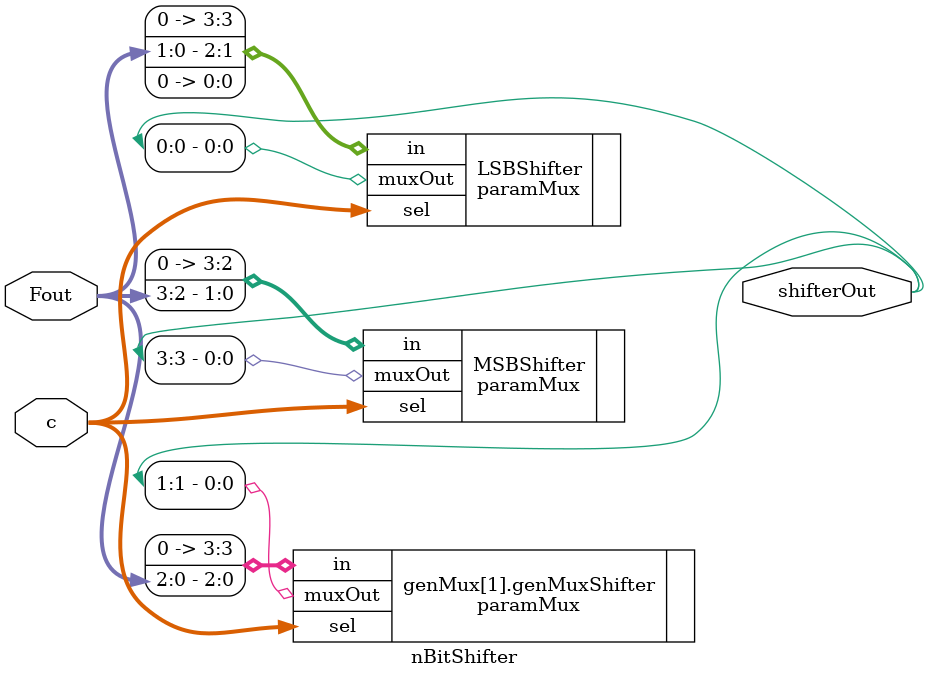
<source format=v>
`timescale 1ns / 1ps
module nBitShifter(shifterOut, Fout, c);
	parameter n=4;
	parameter k = 2; //makes 4x1 mux
	input [1:0] c;
	input [n-1:0] Fout;
	output reg [n-1:0] shifterOut;
	genvar i;
	
	paramMux MSBShifter(.in({1'b0, 1'b0, Fout[n-1], Fout[n-2]}), .sel(c), .muxOut(shifterOut[n-1]));
	
	generate  
		for(i=1; i<n-2; i=i+1)
		begin: genMux
			paramMux genMuxShifter(.in({1'b0, Fout[i+1], Fout[i], Fout[i-1]}), .sel(c), .muxOut(shifterOut[i]));
		end
	endgenerate
	paramMux LSBShifter (.in({1'b0, Fout[1], Fout[0], 1'b0}), .sel(c), .muxOut(shifterOut[0]));
endmodule

</source>
